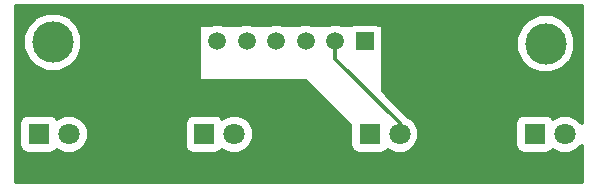
<source format=gbr>
G04 #@! TF.FileFunction,Copper,L2,Bot,Signal*
%FSLAX46Y46*%
G04 Gerber Fmt 4.6, Leading zero omitted, Abs format (unit mm)*
G04 Created by KiCad (PCBNEW 4.0.7) date 01/24/18 00:47:36*
%MOMM*%
%LPD*%
G01*
G04 APERTURE LIST*
%ADD10C,0.100000*%
%ADD11R,1.800000X1.800000*%
%ADD12C,1.800000*%
%ADD13R,1.500000X1.500000*%
%ADD14C,1.500000*%
%ADD15C,3.500000*%
%ADD16C,0.300000*%
G04 APERTURE END LIST*
D10*
D11*
X109460000Y-112000000D03*
D12*
X112000000Y-112000000D03*
D11*
X123460000Y-112000000D03*
D12*
X126000000Y-112000000D03*
D11*
X137460000Y-112000000D03*
D12*
X140000000Y-112000000D03*
D11*
X151460000Y-112000000D03*
D12*
X154000000Y-112000000D03*
D13*
X137040000Y-104140000D03*
D14*
X134540000Y-104140000D03*
X132040000Y-104140000D03*
X129540000Y-104140000D03*
X127040000Y-104140000D03*
X124540000Y-104140000D03*
D15*
X152346043Y-104341753D03*
X110629586Y-104208125D03*
D16*
X140000000Y-112000000D02*
X140000000Y-111053366D01*
X140000000Y-111053366D02*
X134540000Y-105593366D01*
X134540000Y-105593366D02*
X134540000Y-104060000D01*
G36*
X155385000Y-111051928D02*
X154935870Y-110602014D01*
X154329645Y-110350287D01*
X153673235Y-110349715D01*
X153066571Y-110600383D01*
X152983261Y-110683547D01*
X152908138Y-110566802D01*
X152657508Y-110395554D01*
X152360000Y-110335307D01*
X150560000Y-110335307D01*
X150282067Y-110387604D01*
X150026802Y-110551862D01*
X149855554Y-110802492D01*
X149795307Y-111100000D01*
X149795307Y-112900000D01*
X149847604Y-113177933D01*
X150011862Y-113433198D01*
X150262492Y-113604446D01*
X150560000Y-113664693D01*
X152360000Y-113664693D01*
X152637933Y-113612396D01*
X152893198Y-113448138D01*
X152982998Y-113316712D01*
X153064130Y-113397986D01*
X153670355Y-113649713D01*
X154326765Y-113650285D01*
X154933429Y-113399617D01*
X155385000Y-112948833D01*
X155385000Y-116015000D01*
X107505000Y-116015000D01*
X107505000Y-111100000D01*
X107795307Y-111100000D01*
X107795307Y-112900000D01*
X107847604Y-113177933D01*
X108011862Y-113433198D01*
X108262492Y-113604446D01*
X108560000Y-113664693D01*
X110360000Y-113664693D01*
X110637933Y-113612396D01*
X110893198Y-113448138D01*
X110982998Y-113316712D01*
X111064130Y-113397986D01*
X111670355Y-113649713D01*
X112326765Y-113650285D01*
X112933429Y-113399617D01*
X113397986Y-112935870D01*
X113649713Y-112329645D01*
X113650285Y-111673235D01*
X113413430Y-111100000D01*
X121795307Y-111100000D01*
X121795307Y-112900000D01*
X121847604Y-113177933D01*
X122011862Y-113433198D01*
X122262492Y-113604446D01*
X122560000Y-113664693D01*
X124360000Y-113664693D01*
X124637933Y-113612396D01*
X124893198Y-113448138D01*
X124982998Y-113316712D01*
X125064130Y-113397986D01*
X125670355Y-113649713D01*
X126326765Y-113650285D01*
X126933429Y-113399617D01*
X127397986Y-112935870D01*
X127649713Y-112329645D01*
X127650285Y-111673235D01*
X127399617Y-111066571D01*
X126935870Y-110602014D01*
X126329645Y-110350287D01*
X125673235Y-110349715D01*
X125066571Y-110600383D01*
X124983261Y-110683547D01*
X124908138Y-110566802D01*
X124657508Y-110395554D01*
X124360000Y-110335307D01*
X122560000Y-110335307D01*
X122282067Y-110387604D01*
X122026802Y-110551862D01*
X121855554Y-110802492D01*
X121795307Y-111100000D01*
X113413430Y-111100000D01*
X113399617Y-111066571D01*
X112935870Y-110602014D01*
X112329645Y-110350287D01*
X111673235Y-110349715D01*
X111066571Y-110600383D01*
X110983261Y-110683547D01*
X110908138Y-110566802D01*
X110657508Y-110395554D01*
X110360000Y-110335307D01*
X108560000Y-110335307D01*
X108282067Y-110387604D01*
X108026802Y-110551862D01*
X107855554Y-110802492D01*
X107795307Y-111100000D01*
X107505000Y-111100000D01*
X107505000Y-104703224D01*
X108129153Y-104703224D01*
X108508953Y-105622411D01*
X109211601Y-106326286D01*
X110130124Y-106707690D01*
X111124685Y-106708558D01*
X112043872Y-106328758D01*
X112747747Y-105626110D01*
X113129151Y-104707587D01*
X113129387Y-104437059D01*
X123039740Y-104437059D01*
X123040000Y-104437688D01*
X123040000Y-107315000D01*
X123050258Y-107369519D01*
X123082479Y-107419591D01*
X123131642Y-107453182D01*
X123190000Y-107465000D01*
X132017868Y-107465000D01*
X135783934Y-111231066D01*
X135795307Y-111238722D01*
X135795307Y-112900000D01*
X135847604Y-113177933D01*
X136011862Y-113433198D01*
X136262492Y-113604446D01*
X136560000Y-113664693D01*
X138360000Y-113664693D01*
X138637933Y-113612396D01*
X138893198Y-113448138D01*
X138982998Y-113316712D01*
X139064130Y-113397986D01*
X139670355Y-113649713D01*
X140326765Y-113650285D01*
X140933429Y-113399617D01*
X141397986Y-112935870D01*
X141649713Y-112329645D01*
X141650285Y-111673235D01*
X141399617Y-111066571D01*
X140935870Y-110602014D01*
X140692521Y-110500966D01*
X140636396Y-110416970D01*
X138580000Y-108360574D01*
X138580000Y-104836852D01*
X149845610Y-104836852D01*
X150225410Y-105756039D01*
X150928058Y-106459914D01*
X151846581Y-106841318D01*
X152841142Y-106842186D01*
X153760329Y-106462386D01*
X154464204Y-105759738D01*
X154845608Y-104841215D01*
X154846476Y-103846654D01*
X154466676Y-102927467D01*
X153764028Y-102223592D01*
X152845505Y-101842188D01*
X151850944Y-101841320D01*
X150931757Y-102221120D01*
X150227882Y-102923768D01*
X149846478Y-103842291D01*
X149845610Y-104836852D01*
X138580000Y-104836852D01*
X138580000Y-102870000D01*
X138569742Y-102815481D01*
X138537521Y-102765409D01*
X138488358Y-102731818D01*
X138430000Y-102720000D01*
X138137921Y-102720000D01*
X138087508Y-102685554D01*
X137790000Y-102625307D01*
X136290000Y-102625307D01*
X136012067Y-102677604D01*
X135946182Y-102720000D01*
X135031710Y-102720000D01*
X134839677Y-102640261D01*
X134242941Y-102639740D01*
X134048697Y-102720000D01*
X132531710Y-102720000D01*
X132339677Y-102640261D01*
X131742941Y-102639740D01*
X131548697Y-102720000D01*
X130031710Y-102720000D01*
X129839677Y-102640261D01*
X129242941Y-102639740D01*
X129048697Y-102720000D01*
X127531710Y-102720000D01*
X127339677Y-102640261D01*
X126742941Y-102639740D01*
X126548697Y-102720000D01*
X125031710Y-102720000D01*
X124839677Y-102640261D01*
X124242941Y-102639740D01*
X124048697Y-102720000D01*
X123190000Y-102720000D01*
X123135481Y-102730258D01*
X123085409Y-102762479D01*
X123051818Y-102811642D01*
X123040000Y-102870000D01*
X123040000Y-104139264D01*
X123039740Y-104437059D01*
X113129387Y-104437059D01*
X113130019Y-103713026D01*
X112750219Y-102793839D01*
X112047571Y-102089964D01*
X111129048Y-101708560D01*
X110134487Y-101707692D01*
X109215300Y-102087492D01*
X108511425Y-102790140D01*
X108130021Y-103708663D01*
X108129153Y-104703224D01*
X107505000Y-104703224D01*
X107505000Y-101155000D01*
X155385000Y-101155000D01*
X155385000Y-111051928D01*
X155385000Y-111051928D01*
G37*
X155385000Y-111051928D02*
X154935870Y-110602014D01*
X154329645Y-110350287D01*
X153673235Y-110349715D01*
X153066571Y-110600383D01*
X152983261Y-110683547D01*
X152908138Y-110566802D01*
X152657508Y-110395554D01*
X152360000Y-110335307D01*
X150560000Y-110335307D01*
X150282067Y-110387604D01*
X150026802Y-110551862D01*
X149855554Y-110802492D01*
X149795307Y-111100000D01*
X149795307Y-112900000D01*
X149847604Y-113177933D01*
X150011862Y-113433198D01*
X150262492Y-113604446D01*
X150560000Y-113664693D01*
X152360000Y-113664693D01*
X152637933Y-113612396D01*
X152893198Y-113448138D01*
X152982998Y-113316712D01*
X153064130Y-113397986D01*
X153670355Y-113649713D01*
X154326765Y-113650285D01*
X154933429Y-113399617D01*
X155385000Y-112948833D01*
X155385000Y-116015000D01*
X107505000Y-116015000D01*
X107505000Y-111100000D01*
X107795307Y-111100000D01*
X107795307Y-112900000D01*
X107847604Y-113177933D01*
X108011862Y-113433198D01*
X108262492Y-113604446D01*
X108560000Y-113664693D01*
X110360000Y-113664693D01*
X110637933Y-113612396D01*
X110893198Y-113448138D01*
X110982998Y-113316712D01*
X111064130Y-113397986D01*
X111670355Y-113649713D01*
X112326765Y-113650285D01*
X112933429Y-113399617D01*
X113397986Y-112935870D01*
X113649713Y-112329645D01*
X113650285Y-111673235D01*
X113413430Y-111100000D01*
X121795307Y-111100000D01*
X121795307Y-112900000D01*
X121847604Y-113177933D01*
X122011862Y-113433198D01*
X122262492Y-113604446D01*
X122560000Y-113664693D01*
X124360000Y-113664693D01*
X124637933Y-113612396D01*
X124893198Y-113448138D01*
X124982998Y-113316712D01*
X125064130Y-113397986D01*
X125670355Y-113649713D01*
X126326765Y-113650285D01*
X126933429Y-113399617D01*
X127397986Y-112935870D01*
X127649713Y-112329645D01*
X127650285Y-111673235D01*
X127399617Y-111066571D01*
X126935870Y-110602014D01*
X126329645Y-110350287D01*
X125673235Y-110349715D01*
X125066571Y-110600383D01*
X124983261Y-110683547D01*
X124908138Y-110566802D01*
X124657508Y-110395554D01*
X124360000Y-110335307D01*
X122560000Y-110335307D01*
X122282067Y-110387604D01*
X122026802Y-110551862D01*
X121855554Y-110802492D01*
X121795307Y-111100000D01*
X113413430Y-111100000D01*
X113399617Y-111066571D01*
X112935870Y-110602014D01*
X112329645Y-110350287D01*
X111673235Y-110349715D01*
X111066571Y-110600383D01*
X110983261Y-110683547D01*
X110908138Y-110566802D01*
X110657508Y-110395554D01*
X110360000Y-110335307D01*
X108560000Y-110335307D01*
X108282067Y-110387604D01*
X108026802Y-110551862D01*
X107855554Y-110802492D01*
X107795307Y-111100000D01*
X107505000Y-111100000D01*
X107505000Y-104703224D01*
X108129153Y-104703224D01*
X108508953Y-105622411D01*
X109211601Y-106326286D01*
X110130124Y-106707690D01*
X111124685Y-106708558D01*
X112043872Y-106328758D01*
X112747747Y-105626110D01*
X113129151Y-104707587D01*
X113129387Y-104437059D01*
X123039740Y-104437059D01*
X123040000Y-104437688D01*
X123040000Y-107315000D01*
X123050258Y-107369519D01*
X123082479Y-107419591D01*
X123131642Y-107453182D01*
X123190000Y-107465000D01*
X132017868Y-107465000D01*
X135783934Y-111231066D01*
X135795307Y-111238722D01*
X135795307Y-112900000D01*
X135847604Y-113177933D01*
X136011862Y-113433198D01*
X136262492Y-113604446D01*
X136560000Y-113664693D01*
X138360000Y-113664693D01*
X138637933Y-113612396D01*
X138893198Y-113448138D01*
X138982998Y-113316712D01*
X139064130Y-113397986D01*
X139670355Y-113649713D01*
X140326765Y-113650285D01*
X140933429Y-113399617D01*
X141397986Y-112935870D01*
X141649713Y-112329645D01*
X141650285Y-111673235D01*
X141399617Y-111066571D01*
X140935870Y-110602014D01*
X140692521Y-110500966D01*
X140636396Y-110416970D01*
X138580000Y-108360574D01*
X138580000Y-104836852D01*
X149845610Y-104836852D01*
X150225410Y-105756039D01*
X150928058Y-106459914D01*
X151846581Y-106841318D01*
X152841142Y-106842186D01*
X153760329Y-106462386D01*
X154464204Y-105759738D01*
X154845608Y-104841215D01*
X154846476Y-103846654D01*
X154466676Y-102927467D01*
X153764028Y-102223592D01*
X152845505Y-101842188D01*
X151850944Y-101841320D01*
X150931757Y-102221120D01*
X150227882Y-102923768D01*
X149846478Y-103842291D01*
X149845610Y-104836852D01*
X138580000Y-104836852D01*
X138580000Y-102870000D01*
X138569742Y-102815481D01*
X138537521Y-102765409D01*
X138488358Y-102731818D01*
X138430000Y-102720000D01*
X138137921Y-102720000D01*
X138087508Y-102685554D01*
X137790000Y-102625307D01*
X136290000Y-102625307D01*
X136012067Y-102677604D01*
X135946182Y-102720000D01*
X135031710Y-102720000D01*
X134839677Y-102640261D01*
X134242941Y-102639740D01*
X134048697Y-102720000D01*
X132531710Y-102720000D01*
X132339677Y-102640261D01*
X131742941Y-102639740D01*
X131548697Y-102720000D01*
X130031710Y-102720000D01*
X129839677Y-102640261D01*
X129242941Y-102639740D01*
X129048697Y-102720000D01*
X127531710Y-102720000D01*
X127339677Y-102640261D01*
X126742941Y-102639740D01*
X126548697Y-102720000D01*
X125031710Y-102720000D01*
X124839677Y-102640261D01*
X124242941Y-102639740D01*
X124048697Y-102720000D01*
X123190000Y-102720000D01*
X123135481Y-102730258D01*
X123085409Y-102762479D01*
X123051818Y-102811642D01*
X123040000Y-102870000D01*
X123040000Y-104139264D01*
X123039740Y-104437059D01*
X113129387Y-104437059D01*
X113130019Y-103713026D01*
X112750219Y-102793839D01*
X112047571Y-102089964D01*
X111129048Y-101708560D01*
X110134487Y-101707692D01*
X109215300Y-102087492D01*
X108511425Y-102790140D01*
X108130021Y-103708663D01*
X108129153Y-104703224D01*
X107505000Y-104703224D01*
X107505000Y-101155000D01*
X155385000Y-101155000D01*
X155385000Y-111051928D01*
M02*

</source>
